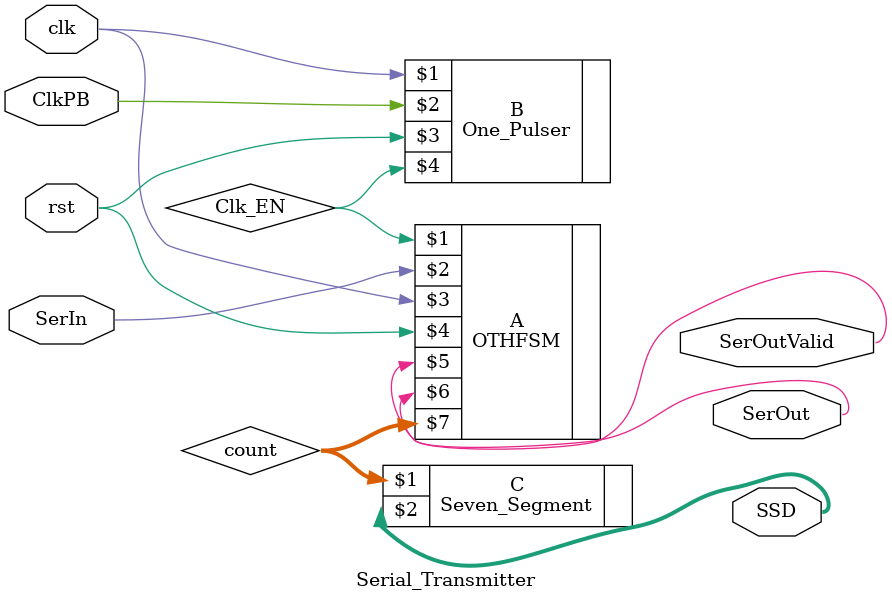
<source format=v>
module Serial_Transmitter(input ClkPB, clk, rst, SerIn, output [6:0] SSD, output SerOut, SerOutValid);
	wire Clk_EN;
	wire [3:0] count;
	
	One_Pulser B (clk, ClkPB, rst, Clk_EN);
	OTHFSM A (Clk_EN, SerIn, clk, rst, SerOutValid, SerOut, count);
	Seven_Segment C (count, SSD);
	
endmodule
</source>
